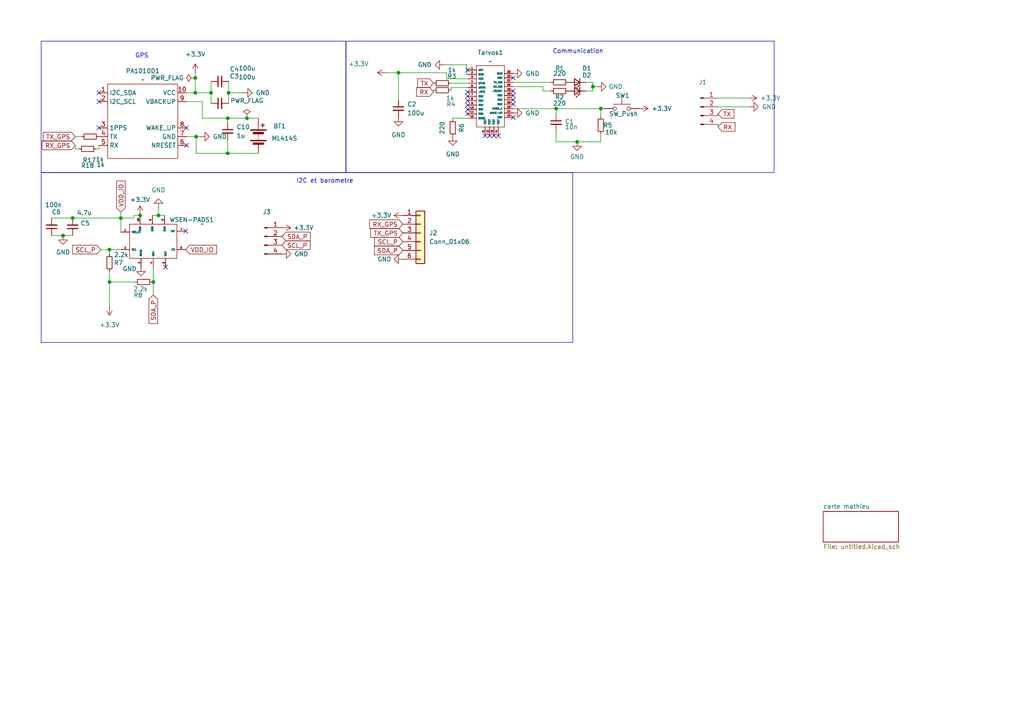
<source format=kicad_sch>
(kicad_sch (version 20231120) (generator "eeschema") (generator_version "8.0")
  (paper "A4")
  (lib_symbols
    (symbol "Connector:Conn_01x04_Pin" (pin_names (offset 1.016) hide)
      (property "Reference" "J" (at 0 5.08 0))
      (property "Value" "Conn_01x04_Pin" (at 0 -7.62 0))
      (symbol "Conn_01x04_Pin_1_1"
        (polyline (pts (xy 1.27 -5.08) (xy 0.8636 -5.08)) (stroke (width 0.1524)))
        (polyline (pts (xy 1.27 -2.54) (xy 0.8636 -2.54)) (stroke (width 0.1524)))
        (polyline (pts (xy 1.27 0) (xy 0.8636 0)) (stroke (width 0.1524)))
        (polyline (pts (xy 1.27 2.54) (xy 0.8636 2.54)) (stroke (width 0.1524)))
        (rectangle (start 0.8636 -4.953) (end 0 -5.207) (stroke (width 0.1524)) (fill (type outline)))
        (rectangle (start 0.8636 -2.413) (end 0 -2.667) (stroke (width 0.1524)) (fill (type outline)))
        (rectangle (start 0.8636 0.127) (end 0 -0.127) (stroke (width 0.1524)) (fill (type outline)))
        (rectangle (start 0.8636 2.667) (end 0 2.413) (stroke (width 0.1524)) (fill (type outline)))
        (pin passive line (at 5.08 2.54 180) (length 3.81) (name "Pin_1") (number "1"))
        (pin passive line (at 5.08 0 180) (length 3.81) (name "Pin_2") (number "2"))
        (pin passive line (at 5.08 -2.54 180) (length 3.81) (name "Pin_3") (number "3"))
        (pin passive line (at 5.08 -5.08 180) (length 3.81) (name "Pin_4") (number "4"))
      )
    )
    (symbol "Connector_Generic:Conn_01x06" (pin_names (offset 1.016) hide)
      (property "Reference" "J" (at 0 7.62 0))
      (property "Value" "Conn_01x06" (at 0 -10.16 0))
      (symbol "Conn_01x06_1_1"
        (rectangle (start -1.27 -7.493) (end 0 -7.747) (stroke (width 0.1524)))
        (rectangle (start -1.27 -4.953) (end 0 -5.207) (stroke (width 0.1524)))
        (rectangle (start -1.27 -2.413) (end 0 -2.667) (stroke (width 0.1524)))
        (rectangle (start -1.27 0.127) (end 0 -0.127) (stroke (width 0.1524)))
        (rectangle (start -1.27 2.667) (end 0 2.413) (stroke (width 0.1524)))
        (rectangle (start -1.27 5.207) (end 0 4.953) (stroke (width 0.1524)))
        (rectangle (start -1.27 6.35) (end 1.27 -8.89) (stroke (width 0.254)) (fill (type background)))
        (pin passive line (at -5.08 5.08 0) (length 3.81) (name "Pin_1") (number "1"))
        (pin passive line (at -5.08 2.54 0) (length 3.81) (name "Pin_2") (number "2"))
        (pin passive line (at -5.08 0 0) (length 3.81) (name "Pin_3") (number "3"))
        (pin passive line (at -5.08 -2.54 0) (length 3.81) (name "Pin_4") (number "4"))
        (pin passive line (at -5.08 -5.08 0) (length 3.81) (name "Pin_5") (number "5"))
        (pin passive line (at -5.08 -7.62 0) (length 3.81) (name "Pin_6") (number "6"))
      )
    )
    (symbol "Device:Battery" (pin_numbers hide) (pin_names (offset 0) hide)
      (property "Reference" "BT" (at 2.54 2.54 0))
      (property "Value" "Battery" (at 2.54 0 0))
      (symbol "Battery_0_1"
        (rectangle (start -2.286 -1.27) (end 2.286 -1.524) (fill (type outline)))
        (rectangle (start -2.286 1.778) (end 2.286 1.524) (fill (type outline)))
        (rectangle (start -1.524 -2.032) (end 1.524 -2.54) (fill (type outline)))
        (rectangle (start -1.524 1.016) (end 1.524 0.508) (fill (type outline)))
        (polyline (pts (xy 0 -1.016) (xy 0 -0.762)))
        (polyline (pts (xy 0 -0.508) (xy 0 -0.254)))
        (polyline (pts (xy 0 0) (xy 0 0.254)))
        (polyline (pts (xy 0 1.778) (xy 0 2.54)))
        (polyline (pts (xy 0.762 3.048) (xy 1.778 3.048)) (stroke (width 0.254)))
        (polyline (pts (xy 1.27 3.556) (xy 1.27 2.54)) (stroke (width 0.254)))
      )
      (symbol "Battery_1_1"
        (pin passive line (at 0 5.08 270) (length 2.54) (name "+") (number "1"))
        (pin passive line (at 0 -5.08 90) (length 2.54) (name "-") (number "2"))
      )
    )
    (symbol "Device:C_Small" (pin_numbers hide) (pin_names (offset 0.254) hide)
      (property "Reference" "C" (at 0.254 1.778 0))
      (property "Value" "C_Small" (at 0.254 -2.032 0))
      (symbol "C_Small_0_1"
        (polyline (pts (xy -1.524 -0.508) (xy 1.524 -0.508)) (stroke (width 0.3302)))
        (polyline (pts (xy -1.524 0.508) (xy 1.524 0.508)) (stroke (width 0.3048)))
      )
      (symbol "C_Small_1_1"
        (pin passive line (at 0 2.54 270) (length 2.032) (name "~") (number "1"))
        (pin passive line (at 0 -2.54 90) (length 2.032) (name "~") (number "2"))
      )
    )
    (symbol "Device:LED_Small" (pin_numbers hide) (pin_names (offset 0.254) hide)
      (property "Reference" "D" (at -1.27 3.175 0))
      (property "Value" "LED_Small" (at -4.445 -2.54 0))
      (symbol "LED_Small_0_1"
        (polyline (pts (xy -0.762 -1.016) (xy -0.762 1.016)) (stroke (width 0.254)))
        (polyline (pts (xy 1.016 0) (xy -0.762 0)))
        (polyline (pts (xy 0.762 -1.016) (xy -0.762 0) (xy 0.762 1.016) (xy 0.762 -1.016)) (stroke (width 0.254)))
        (polyline (pts (xy 0 0.762) (xy -0.508 1.27) (xy -0.254 1.27) (xy -0.508 1.27) (xy -0.508 1.016)))
        (polyline (pts (xy 0.508 1.27) (xy 0 1.778) (xy 0.254 1.778) (xy 0 1.778) (xy 0 1.524)))
      )
      (symbol "LED_Small_1_1"
        (pin passive line (at -2.54 0 0) (length 1.778) (name "K") (number "1"))
        (pin passive line (at 2.54 0 180) (length 1.778) (name "A") (number "2"))
      )
    )
    (symbol "Device:R_Small" (pin_numbers hide) (pin_names (offset 0.254) hide)
      (property "Reference" "R" (at 0.762 0.508 0))
      (property "Value" "R_Small" (at 0.762 -1.016 0))
      (symbol "R_Small_0_1"
        (rectangle (start -0.762 1.778) (end 0.762 -1.778) (stroke (width 0.2032)))
      )
      (symbol "R_Small_1_1"
        (pin passive line (at 0 2.54 270) (length 0.762) (name "~") (number "1"))
        (pin passive line (at 0 -2.54 90) (length 0.762) (name "~") (number "2"))
      )
    )
    (symbol "PA1010D:PA1010D"
      (property "Reference" "PA1010D" (at 0 3.048 0))
      (symbol "PA1010D_0_1"
        (rectangle (start -8.89 0) (end 11.43 -21.59))
      )
      (symbol "PA1010D_1_1"
        (pin input line (at -11.43 -2.54 0) (length 2.54) (name "I2C_SDA") (number "1"))
        (pin power_in line (at 13.97 -2.54 180) (length 2.54) (name "VCC") (number "10"))
        (pin input line (at -11.43 -5.08 0) (length 2.54) (name "I2C_SCL") (number "2"))
        (pin input line (at -11.43 -12.7 0) (length 2.54) (name "1PPS") (number "3"))
        (pin output line (at -11.43 -15.24 0) (length 2.54) (name "TX") (number "4"))
        (pin input line (at -11.43 -17.78 0) (length 2.54) (name "RX") (number "5"))
        (pin input line (at 13.97 -17.78 180) (length 2.54) (name "NRESET") (number "6"))
        (pin power_in line (at 13.97 -15.24 180) (length 2.54) (name "GND") (number "7"))
        (pin input line (at 13.97 -12.7 180) (length 2.54) (name "WAKE_UP") (number "8"))
        (pin power_in line (at 13.97 -5.08 180) (length 2.54) (name "VBACKUP") (number "9"))
      )
    )
    (symbol "Switch:SW_Push" (pin_numbers hide) (pin_names (offset 1.016) hide)
      (property "Reference" "SW" (at 1.27 2.54 0))
      (property "Value" "SW_Push" (at 0 -1.524 0))
      (symbol "SW_Push_0_1"
        (circle (center -2.032 0) (radius 0.508))
        (polyline (pts (xy 0 1.27) (xy 0 3.048)))
        (polyline (pts (xy 2.54 1.27) (xy -2.54 1.27)))
        (circle (center 2.032 0) (radius 0.508))
        (pin passive line (at -5.08 0 0) (length 2.54) (name "1") (number "1"))
        (pin passive line (at 5.08 0 180) (length 2.54) (name "2") (number "2"))
      )
    )
    (symbol "Tarvos III:Tarvos"
      (property "Reference" "Tarvos" (at 0 0 0))
      (symbol "Tarvos_0_1"
        (rectangle (start -3.81 -1.27) (end 4.318 -19.05))
      )
      (symbol "Tarvos_1_1"
        (pin input line (at -6.35 -2.54 0) (length 2.54) (name "ANT") (number "1"))
        (pin input line (at -6.35 -13.97 0) (length 2.54) (name "RSV") (number "10"))
        (pin input line (at -6.35 -15.24 0) (length 2.54) (name "RSV") (number "11"))
        (pin input line (at -6.35 -16.51 0) (length 2.54) (name "BOOT") (number "12"))
        (pin input line (at 6.858 -16.256 180) (length 2.54) (name "RSV") (number "13"))
        (pin input line (at 6.858 -14.986 180) (length 2.54) (name "WAKE-UP") (number "14"))
        (pin input line (at 6.858 -13.716 180) (length 2.54) (name "MODE_1") (number "15"))
        (pin input line (at 6.858 -12.446 180) (length 2.54) (name "RSV") (number "16"))
        (pin input line (at 6.858 -11.176 180) (length 2.54) (name "RSV") (number "17"))
        (pin input line (at 6.858 -9.906 180) (length 2.54) (name "RSV") (number "18"))
        (pin input line (at 6.858 -8.636 180) (length 2.54) (name "/RESET") (number "19"))
        (pin input line (at -6.35 -3.81 0) (length 2.54) (name "GND") (number "2"))
        (pin input line (at 6.858 -7.366 180) (length 2.54) (name "RX_IND") (number "20"))
        (pin input line (at 6.858 -6.096 180) (length 2.54) (name "TX_IND") (number "21"))
        (pin input line (at 6.858 -4.826 180) (length 2.54) (name "RSV") (number "22"))
        (pin input line (at 6.858 -3.556 180) (length 2.54) (name "GND") (number "23"))
        (pin input line (at -6.35 -5.08 0) (length 2.54) (name "VCC") (number "3"))
        (pin input line (at -6.35 -6.35 0) (length 2.54) (name "UTXD") (number "4"))
        (pin input line (at -6.35 -7.62 0) (length 2.54) (name "URXD") (number "5"))
        (pin input line (at -6.35 -8.89 0) (length 2.54) (name "/RTS") (number "6"))
        (pin input line (at -6.35 -10.16 0) (length 2.54) (name "RSV") (number "7"))
        (pin input line (at -6.35 -11.43 0) (length 2.54) (name "RSV") (number "8"))
        (pin input line (at -6.35 -12.7 0) (length 2.54) (name "RSV") (number "9"))
        (pin input line (at -1.27 -21.59 90) (length 2.54) (name "TEST") (number "i1"))
        (pin input line (at 0 -21.59 90) (length 2.54) (name "TEST") (number "i2"))
        (pin input line (at 1.27 -21.59 90) (length 2.54) (name "TEST") (number "i3"))
        (pin input line (at 2.54 -21.59 90) (length 2.54) (name "TEST") (number "i4"))
      )
    )
    (symbol "WSEN-PADS:WSEN-PADS"
      (property "Reference" "WSEN-PADS" (at 0 -8.128 0))
      (symbol "WSEN-PADS_0_1"
        (rectangle (start -6.604 -4.064) (end 7.112 -13.97))
      )
      (symbol "WSEN-PADS_1_1"
        (pin input line (at -9.144 -6.35 0) (length 2.54) (name "VDD_IO") (number "1"))
        (pin input line (at -3.556 -1.524 270) (length 2.54) (name "VDD") (number "10"))
        (pin input line (at -9.144 -11.43 0) (length 2.54) (name "SCL") (number "2"))
        (pin input line (at -3.302 -16.51 90) (length 2.54) (name "RSVD") (number "3"))
        (pin input line (at 0.254 -16.51 90) (length 2.54) (name "SDA") (number "4"))
        (pin input line (at 3.81 -16.51 90) (length 2.54) (name "SAO") (number "5"))
        (pin input line (at 9.652 -11.43 180) (length 2.54) (name "CS") (number "6"))
        (pin input line (at 9.652 -6.096 180) (length 2.54) (name "INT") (number "7"))
        (pin input line (at 3.556 -1.524 270) (length 2.54) (name "GND") (number "8"))
        (pin input line (at 0 -1.524 270) (length 2.54) (name "GND") (number "9"))
      )
    )
    (symbol "power:+3.3V" (power) (pin_numbers hide) (pin_names (offset 0) hide)
      (property "Value" "+3.3V" (at 0 3.556 0))
      (symbol "+3.3V_0_1"
        (polyline (pts (xy -0.762 1.27) (xy 0 2.54)))
        (polyline (pts (xy 0 0) (xy 0 2.54)))
        (polyline (pts (xy 0 2.54) (xy 0.762 1.27)))
      )
      (symbol "+3.3V_1_1"
        (pin power_in line (at 0 0 90) (length 0) (name "~") (number "1"))
      )
    )
    (symbol "power:GND" (power) (pin_numbers hide) (pin_names (offset 0) hide)
      (property "Value" "GND" (at 0 -3.81 0))
      (symbol "GND_0_1"
        (polyline (pts (xy 0 0) (xy 0 -1.27) (xy 1.27 -1.27) (xy 0 -2.54) (xy -1.27 -1.27) (xy 0 -1.27)))
      )
      (symbol "GND_1_1"
        (pin power_in line (at 0 0 270) (length 0) (name "~") (number "1"))
      )
    )
    (symbol "power:PWR_FLAG" (power) (pin_numbers hide) (pin_names (offset 0) hide)
      (property "Value" "PWR_FLAG" (at 0 3.81 0))
      (symbol "PWR_FLAG_0_0"
        (pin power_out line (at 0 0 90) (length 0) (name "~") (number "1"))
      )
      (symbol "PWR_FLAG_0_1"
        (polyline (pts (xy 0 0) (xy 0 1.27) (xy -1.016 1.905) (xy 0 2.54) (xy 1.016 1.905) (xy 0 1.27)))
      )
    )
  )
  (junction (at 21.082 63.246))
  (junction (at 56.896 39.624))
  (junction (at 31.75 81.788))
  (junction (at 66.294 26.924))
  (junction (at 171.958 25.146))
  (junction (at 35.052 63.246))
  (junction (at 56.642 26.924))
  (junction (at 56.642 22.606))
  (junction (at 18.288 68.326))
  (junction (at 61.214 26.924))
  (junction (at 174.244 31.496))
  (junction (at 66.04 44.45))
  (junction (at 115.57 21.082))
  (junction (at 40.64 62.484))
  (junction (at 161.29 31.496))
  (junction (at 45.974 62.484))
  (junction (at 167.386 41.148))
  (junction (at 71.628 34.29))
  (junction (at 66.04 34.29))
  (junction (at 31.75 72.39))
  (junction (at 44.45 81.788))
  (no_connect (at 140.716 39.37))
  (no_connect (at 148.844 30.226))
  (no_connect (at 141.986 39.37))
  (no_connect (at 144.526 39.37))
  (no_connect (at 135.636 26.67))
  (no_connect (at 135.636 30.48))
  (no_connect (at 148.844 28.956))
  (no_connect (at 54.102 42.164))
  (no_connect (at 148.844 26.416))
  (no_connect (at 54.102 37.084))
  (no_connect (at 143.256 39.37))
  (no_connect (at 135.636 31.75))
  (no_connect (at 135.636 33.02))
  (no_connect (at 148.844 27.686))
  (no_connect (at 148.844 22.606))
  (no_connect (at 28.702 29.464))
  (no_connect (at 148.844 34.036))
  (no_connect (at 53.848 67.056))
  (no_connect (at 28.702 26.924))
  (no_connect (at 48.006 77.47))
  (no_connect (at 135.636 20.32))
  (no_connect (at 135.636 29.21))
  (no_connect (at 135.636 27.94))
  (no_connect (at 28.702 37.084))
  (wire (pts (xy 208.28 33.02) (xy 208.28 33.528)))
  (wire (pts (xy 173.228 25.146) (xy 171.958 25.146)))
  (wire (pts (xy 66.04 34.29) (xy 66.04 35.56)))
  (wire (pts (xy 66.294 26.924) (xy 70.612 26.924)))
  (wire (pts (xy 58.166 39.624) (xy 56.896 39.624)))
  (wire (pts (xy 159.766 23.876) (xy 148.844 23.876)))
  (wire (pts (xy 44.45 77.47) (xy 44.45 81.788)))
  (wire (pts (xy 31.75 81.788) (xy 39.116 81.788)))
  (wire (pts (xy 40.64 62.23) (xy 40.64 62.484)))
  (wire (pts (xy 161.29 31.496) (xy 174.244 31.496)))
  (wire (pts (xy 66.294 23.622) (xy 66.294 26.924)))
  (wire (pts (xy 44.196 81.788) (xy 44.45 81.788)))
  (wire (pts (xy 56.642 21.082) (xy 56.642 22.606)))
  (wire (pts (xy 14.986 63.246) (xy 21.082 63.246)))
  (wire (pts (xy 31.75 72.39) (xy 35.052 72.39)))
  (wire (pts (xy 157.48 26.416) (xy 157.48 25.146)))
  (wire (pts (xy 38.862 63.246) (xy 38.862 62.484)))
  (wire (pts (xy 129.54 22.86) (xy 135.636 22.86)))
  (wire (pts (xy 208.28 30.988) (xy 217.424 30.988)))
  (wire (pts (xy 71.628 34.29) (xy 74.93 34.29)))
  (wire (pts (xy 35.052 61.468) (xy 35.052 63.246)))
  (wire (pts (xy 208.28 36.83) (xy 208.28 36.068)))
  (wire (pts (xy 54.102 26.924) (xy 56.642 26.924)))
  (wire (pts (xy 45.974 62.484) (xy 47.752 62.484)))
  (wire (pts (xy 130.81 25.4) (xy 130.81 26.162)))
  (wire (pts (xy 125.73 26.67) (xy 125.73 26.162)))
  (wire (pts (xy 28.702 43.18) (xy 28.702 42.164)))
  (wire (pts (xy 208.28 28.448) (xy 216.916 28.448)))
  (wire (pts (xy 66.04 44.45) (xy 66.04 40.64)))
  (wire (pts (xy 31.75 81.788) (xy 31.75 78.74)))
  (wire (pts (xy 135.636 34.29) (xy 131.318 34.29)))
  (wire (pts (xy 135.382 18.796) (xy 135.382 21.59)))
  (wire (pts (xy 129.54 21.082) (xy 129.54 22.86)))
  (wire (pts (xy 31.75 88.9) (xy 31.75 81.788)))
  (wire (pts (xy 31.75 73.66) (xy 31.75 72.39)))
  (wire (pts (xy 54.102 29.464) (xy 58.674 29.464)))
  (wire (pts (xy 58.674 34.29) (xy 66.04 34.29)))
  (wire (pts (xy 159.766 26.416) (xy 157.48 26.416)))
  (wire (pts (xy 169.926 23.876) (xy 171.958 23.876)))
  (wire (pts (xy 61.214 26.924) (xy 61.214 29.972)))
  (wire (pts (xy 130.81 24.13) (xy 135.636 24.13)))
  (wire (pts (xy 35.052 63.246) (xy 35.052 67.31)))
  (wire (pts (xy 167.386 41.148) (xy 174.244 41.148)))
  (wire (pts (xy 21.082 63.246) (xy 35.052 63.246)))
  (wire (pts (xy 174.244 31.496) (xy 174.244 33.782)))
  (wire (pts (xy 45.974 60.198) (xy 45.974 62.484)))
  (wire (pts (xy 18.288 68.326) (xy 21.082 68.326)))
  (wire (pts (xy 27.94 43.18) (xy 28.702 43.18)))
  (wire (pts (xy 56.896 44.45) (xy 66.04 44.45)))
  (wire (pts (xy 22.86 43.18) (xy 21.844 43.18)))
  (wire (pts (xy 56.896 39.624) (xy 54.102 39.624)))
  (wire (pts (xy 171.958 25.146) (xy 171.958 26.416)))
  (wire (pts (xy 56.642 22.606) (xy 56.642 26.924)))
  (wire (pts (xy 56.896 39.624) (xy 56.896 44.45)))
  (wire (pts (xy 128.778 18.796) (xy 135.382 18.796)))
  (wire (pts (xy 29.21 72.39) (xy 31.75 72.39)))
  (wire (pts (xy 135.382 21.59) (xy 135.636 21.59)))
  (wire (pts (xy 148.844 31.496) (xy 161.29 31.496)))
  (wire (pts (xy 21.844 43.18) (xy 21.844 42.164)))
  (wire (pts (xy 58.674 29.464) (xy 58.674 34.29)))
  (wire (pts (xy 61.214 23.622) (xy 61.214 26.924)))
  (wire (pts (xy 135.636 25.4) (xy 130.81 25.4)))
  (wire (pts (xy 21.844 39.624) (xy 23.622 39.624)))
  (wire (pts (xy 115.57 21.082) (xy 115.57 28.956)))
  (wire (pts (xy 14.986 68.326) (xy 18.288 68.326)))
  (wire (pts (xy 171.958 23.876) (xy 171.958 25.146)))
  (wire (pts (xy 161.29 41.148) (xy 167.386 41.148)))
  (wire (pts (xy 66.294 26.924) (xy 66.294 29.972)))
  (wire (pts (xy 174.244 41.148) (xy 174.244 38.862)))
  (wire (pts (xy 115.57 21.082) (xy 129.54 21.082)))
  (wire (pts (xy 56.642 26.924) (xy 61.214 26.924)))
  (wire (pts (xy 157.48 25.146) (xy 148.844 25.146)))
  (wire (pts (xy 38.862 62.484) (xy 40.64 62.484)))
  (wire (pts (xy 161.29 31.496) (xy 161.29 33.02)))
  (wire (pts (xy 66.04 34.29) (xy 71.628 34.29)))
  (wire (pts (xy 44.196 62.484) (xy 45.974 62.484)))
  (wire (pts (xy 131.318 34.29) (xy 131.318 34.544)))
  (wire (pts (xy 112.014 21.082) (xy 115.57 21.082)))
  (wire (pts (xy 169.926 26.416) (xy 171.958 26.416)))
  (wire (pts (xy 35.052 63.246) (xy 38.862 63.246)))
  (wire (pts (xy 174.244 31.496) (xy 175.26 31.496)))
  (wire (pts (xy 44.45 81.788) (xy 44.45 85.598)))
  (wire (pts (xy 161.29 38.1) (xy 161.29 41.148)))
  (wire (pts (xy 66.04 44.45) (xy 74.93 44.45)))
  (rectangle (start 11.938 50.038) (end 166.116 99.314))
  (rectangle (start 11.938 11.938) (end 100.33 50.038))
  (rectangle (start 100.33 11.938) (end 224.536 50.038))
  (text "Communication" (at 167.64 14.986 0) (effects (font (size 1.27 1.27))))
  (text "GPS\n" (at 41.148 16.256 0) (effects (font (size 1.27 1.27))))
  (text "I2C et barometre" (at 94.234 52.578 0) (effects (font (size 1.27 1.27))))
  (global_label "SCL_P" (shape input) (at 81.788 71.12 0) (property "Intersheetrefs" "${INTERSHEET_REFS}" (effects (hide yes))))
  (global_label "SCL_P" (shape input) (at 29.21 72.39 180) (property "Intersheetrefs" "${INTERSHEET_REFS}" (effects (hide yes))))
  (global_label "TX_GPS" (shape input) (at 21.844 39.624 180) (property "Intersheetrefs" "${INTERSHEET_REFS}" (effects (hide yes))))
  (global_label "SDA_P" (shape input) (at 116.84 72.644 180) (property "Intersheetrefs" "${INTERSHEET_REFS}" (effects (hide yes))))
  (global_label "RX_GPS" (shape input) (at 116.84 65.024 180) (property "Intersheetrefs" "${INTERSHEET_REFS}" (effects (hide yes))))
  (global_label "SDA_P" (shape input) (at 44.45 85.598 270) (property "Intersheetrefs" "${INTERSHEET_REFS}" (effects (hide yes))))
  (global_label "TX" (shape input) (at 125.73 24.13 180) (property "Intersheetrefs" "${INTERSHEET_REFS}" (effects (hide yes))))
  (global_label "SCL_P" (shape input) (at 116.84 70.104 180) (property "Intersheetrefs" "${INTERSHEET_REFS}" (effects (hide yes))))
  (global_label "RX" (shape input) (at 125.73 26.67 180) (property "Intersheetrefs" "${INTERSHEET_REFS}" (effects (hide yes))))
  (global_label "TX_GPS" (shape input) (at 116.84 67.564 180) (property "Intersheetrefs" "${INTERSHEET_REFS}" (effects (hide yes))))
  (global_label "VDD_IO" (shape input) (at 35.052 61.468 90) (property "Intersheetrefs" "${INTERSHEET_REFS}" (effects (hide yes))))
  (global_label "TX" (shape input) (at 208.28 33.02 0) (property "Intersheetrefs" "${INTERSHEET_REFS}" (effects (hide yes))))
  (global_label "VDD_IO" (shape input) (at 53.848 72.39 0) (property "Intersheetrefs" "${INTERSHEET_REFS}" (effects (hide yes))))
  (global_label "RX" (shape input) (at 208.28 36.83 0) (property "Intersheetrefs" "${INTERSHEET_REFS}" (effects (hide yes))))
  (global_label "SDA_P" (shape input) (at 81.788 68.58 0) (property "Intersheetrefs" "${INTERSHEET_REFS}" (effects (hide yes))))
  (global_label "RX_GPS" (shape input) (at 21.844 42.164 180) (property "Intersheetrefs" "${INTERSHEET_REFS}" (effects (hide yes))))
  (symbol (lib_id "Device:R_Small") (at 128.27 24.13 90) (unit 1)
    (property "Reference" "R3" (at 131.064 22.098 90))
    (property "Value" "1k" (at 131.064 20.32 90))
    (property "Footprint" "Resistor_SMD:R_0402_1005Metric" (effects (hide yes)))
    (property "Description" "Resistor, small symbol" (effects (hide yes)))
  )
  (symbol (lib_id "power:GND") (at 45.974 60.198 180) (unit 1)
    (property "Reference" "#PWR016" (effects (hide yes)))
    (property "Value" "GND" (at 45.974 55.118 0))
    (property "Description" "Power symbol creates a global label with name \"GND\" , ground" (effects (hide yes)))
  )
  (symbol (lib_id "power:PWR_FLAG") (at 56.642 22.606 90) (unit 1)
    (property "Reference" "#FLG04" (effects (hide yes)))
    (property "Value" "PWR_FLAG" (at 53.34 22.6059 90) (effects (justify left)))
    (property "Description" "Special symbol for telling ERC where power comes from" (effects (hide yes)))
  )
  (symbol (lib_id "power:GND") (at 167.386 41.148 0) (unit 1)
    (property "Reference" "#PWR04" (effects (hide yes)))
    (property "Value" "GND" (at 167.386 45.466 0))
    (property "Description" "Power symbol creates a global label with name \"GND\" , ground" (effects (hide yes)))
  )
  (symbol (lib_id "power:GND") (at 148.844 32.766 90) (unit 1)
    (property "Reference" "#PWR02" (effects (hide yes)))
    (property "Value" "GND" (at 152.4 32.7659 90) (effects (justify right)))
    (property "Description" "Power symbol creates a global label with name \"GND\" , ground" (effects (hide yes)))
  )
  (symbol (lib_id "Device:C_Small") (at 63.754 29.972 90) (unit 1)
    (property "Reference" "C3" (at 69.342 22.098 90) (effects (justify left)))
    (property "Value" "100u" (at 74.168 22.352 90) (effects (justify left)))
    (property "Footprint" "Capacitor_SMD:C_0402_1005Metric" (effects (hide yes)))
    (property "Description" "Unpolarized capacitor, small symbol" (effects (hide yes)))
  )
  (symbol (lib_id "power:GND") (at 131.318 39.624 0) (unit 1)
    (property "Reference" "#PWR011" (effects (hide yes)))
    (property "Value" "GND" (at 131.318 44.704 0))
    (property "Description" "Power symbol creates a global label with name \"GND\" , ground" (effects (hide yes)))
  )
  (symbol (lib_id "power:+3.3V") (at 216.916 28.448 270) (unit 1)
    (property "Reference" "#PWR09" (effects (hide yes)))
    (property "Value" "+3.3V" (at 220.472 28.4479 90) (effects (justify left)))
    (property "Description" "Power symbol creates a global label with name \"+3.3V\"" (effects (hide yes)))
  )
  (symbol (lib_id "Device:R_Small") (at 41.656 81.788 90) (unit 1)
    (property "Reference" "R8" (at 41.402 85.598 90) (effects (justify left)))
    (property "Value" "2.2k" (at 42.926 83.82 90) (effects (justify left)))
    (property "Footprint" "Resistor_SMD:R_0402_1005Metric" (effects (hide yes)))
    (property "Description" "Resistor, small symbol" (effects (hide yes)))
  )
  (symbol (lib_id "power:+3.3V") (at 185.42 31.496 270) (unit 1)
    (property "Reference" "#PWR03" (effects (hide yes)))
    (property "Value" "+3.3V" (at 188.976 31.4959 90) (effects (justify left)))
    (property "Description" "Power symbol creates a global label with name \"+3.3V\"" (effects (hide yes)))
  )
  (symbol (lib_id "Device:R_Small") (at 162.306 23.876 90) (unit 1)
    (property "Reference" "R1" (at 162.306 19.812 90))
    (property "Value" "220" (at 162.306 21.336 90))
    (property "Footprint" "Resistor_SMD:R_0402_1005Metric" (effects (hide yes)))
    (property "Description" "Resistor, small symbol" (effects (hide yes)))
  )
  (symbol (lib_id "power:GND") (at 18.288 68.326 0) (unit 1)
    (property "Reference" "#PWR024" (effects (hide yes)))
    (property "Value" "GND" (at 18.288 73.152 0))
    (property "Description" "Power symbol creates a global label with name \"GND\" , ground" (effects (hide yes)))
  )
  (symbol (lib_id "Connector:Conn_01x04_Pin") (at 76.708 68.58 0) (unit 1)
    (property "Reference" "J3" (at 77.343 61.468 0))
    (property "Value" "Conn_01x04_Pin" (effects (hide yes)))
    (property "Footprint" "Connector_JST:JST_SH_SM04B-SRSS-TB_1x04-1MP_P1.00mm_Horizontal" (effects (hide yes)))
    (property "Description" "Generic connector, single row, 01x04, script generated" (effects (hide yes)))
  )
  (symbol (lib_id "power:GND") (at 217.424 30.988 90) (unit 1)
    (property "Reference" "#PWR08" (effects (hide yes)))
    (property "Value" "GND" (at 220.98 30.9879 90) (effects (justify right)))
    (property "Description" "Power symbol creates a global label with name \"GND\" , ground" (effects (hide yes)))
  )
  (symbol (lib_id "power:GND") (at 70.612 26.924 90) (unit 1)
    (property "Reference" "#PWR012" (effects (hide yes)))
    (property "Value" "GND" (at 74.168 26.9239 90) (effects (justify right)))
    (property "Description" "Power symbol creates a global label with name \"GND\" , ground" (effects (hide yes)))
  )
  (symbol (lib_id "power:+3.3V") (at 116.84 62.484 90) (unit 1)
    (property "Reference" "#PWR015" (effects (hide yes)))
    (property "Value" "+3.3V" (at 113.538 62.4839 90) (effects (justify left)))
    (property "Description" "Power symbol creates a global label with name \"+3.3V\"" (effects (hide yes)))
  )
  (symbol (lib_id "power:+3.3V") (at 81.788 66.04 270) (unit 1)
    (property "Reference" "#PWR020" (effects (hide yes)))
    (property "Value" "+3.3V" (at 85.09 66.0399 90) (effects (justify left)))
    (property "Description" "Power symbol creates a global label with name \"+3.3V\"" (effects (hide yes)))
  )
  (symbol (lib_id "Device:R_Small") (at 31.75 76.2 0) (unit 1)
    (property "Reference" "R7" (at 33.02 76.2 0) (effects (justify left)))
    (property "Value" "2.2k" (at 33.02 73.914 0) (effects (justify left)))
    (property "Footprint" "Resistor_SMD:R_0402_1005Metric" (effects (hide yes)))
    (property "Description" "Resistor, small symbol" (effects (hide yes)))
  )
  (symbol (lib_id "Switch:SW_Push") (at 180.34 31.496 0) (unit 1)
    (property "Reference" "SW1" (at 180.594 27.686 0))
    (property "Value" "SW_Push" (at 180.848 33.02 0))
    (property "Footprint" "kxt3:SW_KXT3" (effects (hide yes)))
    (property "Description" "Push button switch, generic, two pins" (effects (hide yes)))
  )
  (symbol (lib_id "Device:R_Small") (at 26.162 39.624 90) (unit 1)
    (property "Reference" "R17" (at 25.908 46.482 90))
    (property "Value" "1k" (at 28.956 46.228 90))
    (property "Footprint" "Resistor_SMD:R_0402_1005Metric" (effects (hide yes)))
    (property "Description" "Resistor, small symbol" (effects (hide yes)))
  )
  (symbol (lib_id "Device:R_Small") (at 174.244 36.322 180) (unit 1)
    (property "Reference" "R5" (at 176.276 36.322 0))
    (property "Value" "10k" (at 177.292 38.354 0))
    (property "Footprint" "Resistor_SMD:R_0402_1005Metric" (effects (hide yes)))
    (property "Description" "Resistor, small symbol" (effects (hide yes)))
  )
  (symbol (lib_id "power:+3.3V") (at 112.014 21.082 90) (unit 1)
    (property "Reference" "#PWR06" (effects (hide yes)))
    (property "Value" "+3.3V" (at 106.934 18.542 90) (effects (justify left)))
    (property "Description" "Power symbol creates a global label with name \"+3.3V\"" (effects (hide yes)))
  )
  (symbol (lib_id "power:GND") (at 58.166 39.624 90) (unit 1)
    (property "Reference" "#PWR013" (effects (hide yes)))
    (property "Value" "GND" (at 61.722 39.6239 90) (effects (justify right)))
    (property "Description" "Power symbol creates a global label with name \"GND\" , ground" (effects (hide yes)))
  )
  (symbol (lib_id "power:PWR_FLAG") (at 71.628 34.29 0) (unit 1)
    (property "Reference" "#FLG03" (effects (hide yes)))
    (property "Value" "PWR_FLAG" (at 71.628 29.21 0))
    (property "Description" "Special symbol for telling ERC where power comes from" (effects (hide yes)))
  )
  (symbol (lib_id "Device:C_Small") (at 161.29 35.56 0) (unit 1)
    (property "Reference" "C1" (at 163.83 35.306 0) (effects (justify left)))
    (property "Value" "10n" (at 163.83 36.8362 0) (effects (justify left)))
    (property "Footprint" "Capacitor_SMD:C_0402_1005Metric" (effects (hide yes)))
    (property "Description" "Unpolarized capacitor, small symbol" (effects (hide yes)))
  )
  (symbol (lib_id "Device:C_Small") (at 21.082 65.786 180) (unit 1)
    (property "Reference" "C5" (at 23.368 64.77 0) (effects (justify right)))
    (property "Value" "4.7u" (at 26.67 61.722 0) (effects (justify left)))
    (property "Footprint" "Capacitor_SMD:C_0402_1005Metric" (effects (hide yes)))
    (property "Description" "Unpolarized capacitor, small symbol" (effects (hide yes)))
  )
  (symbol (lib_id "power:GND") (at 81.788 73.66 90) (unit 1)
    (property "Reference" "#PWR021" (effects (hide yes)))
    (property "Value" "GND" (at 85.344 73.6599 90) (effects (justify right)))
    (property "Description" "Power symbol creates a global label with name \"GND\" , ground" (effects (hide yes)))
  )
  (symbol (lib_id "Connector_Generic:Conn_01x06") (at 121.92 67.564 0) (unit 1)
    (property "Reference" "J2" (at 124.46 67.5639 0) (effects (justify left)))
    (property "Value" "Conn_01x06" (at 124.46 70.1039 0) (effects (justify left)))
    (property "Footprint" "Connector_JST:JST_SH_SM06B-SRSS-TB_1x06-1MP_P1.00mm_Horizontal" (effects (hide yes)))
    (property "Description" "Generic connector, single row, 01x06, script generated (kicad-library-utils/schlib/autogen/connector/)" (effects (hide yes)))
  )
  (symbol (lib_id "Device:Battery") (at 74.93 39.37 0) (unit 1)
    (property "Reference" "BT1" (at 79.248 36.576 0) (effects (justify left)))
    (property "Value" "ML414S" (at 78.74 40.132 0) (effects (justify left)))
    (property "Footprint" "MS414:MS421R-IV03E" (effects (hide yes)))
    (property "Description" "Multiple-cell battery" (effects (hide yes)))
  )
  (symbol (lib_id "power:+3.3V") (at 40.64 62.23 0) (unit 1)
    (property "Reference" "#PWR019" (effects (hide yes)))
    (property "Value" "+3.3V" (at 40.64 57.912 0))
    (property "Description" "Power symbol creates a global label with name \"+3.3V\"" (effects (hide yes)))
  )
  (symbol (lib_id "Tarvos III:Tarvos") (at 141.986 17.78 0) (unit 1)
    (property "Reference" "Tarvos1" (at 142.24 15.24 0))
    (property "Value" "~" (at 142.24 17.78 0))
    (property "Footprint" "tarvosiii:Tarvos III" (effects (hide yes)))
  )
  (symbol (lib_id "Device:C_Small") (at 115.57 31.496 0) (unit 1)
    (property "Reference" "C2" (at 118.11 30.2322 0) (effects (justify left)))
    (property "Value" "100u" (at 118.11 32.7722 0) (effects (justify left)))
    (property "Footprint" "Capacitor_SMD:C_0402_1005Metric" (effects (hide yes)))
    (property "Description" "Unpolarized capacitor, small symbol" (effects (hide yes)))
  )
  (symbol (lib_id "Device:C_Small") (at 63.754 23.622 90) (unit 1)
    (property "Reference" "C4" (at 69.342 20.066 90) (effects (justify left)))
    (property "Value" "100u" (at 74.168 19.812 90) (effects (justify left)))
    (property "Footprint" "Capacitor_SMD:C_0402_1005Metric" (effects (hide yes)))
    (property "Description" "Unpolarized capacitor, small symbol" (effects (hide yes)))
  )
  (symbol (lib_id "power:GND") (at 40.894 77.47 0) (unit 1)
    (property "Reference" "#PWR025" (effects (hide yes)))
    (property "Value" "GND" (at 37.592 77.978 0))
    (property "Description" "Power symbol creates a global label with name \"GND\" , ground" (effects (hide yes)))
  )
  (symbol (lib_id "Device:R_Small") (at 25.4 43.18 90) (unit 1)
    (property "Reference" "R18" (at 25.4 48.006 90))
    (property "Value" "1k" (at 29.21 47.752 90))
    (property "Footprint" "Resistor_SMD:R_0402_1005Metric" (effects (hide yes)))
    (property "Description" "Resistor, small symbol" (effects (hide yes)))
  )
  (symbol (lib_id "Device:C_Small") (at 66.04 38.1 0) (unit 1)
    (property "Reference" "C10" (at 68.58 36.8362 0) (effects (justify left)))
    (property "Value" "1u" (at 68.58 39.3762 0) (effects (justify left)))
    (property "Footprint" "Capacitor_SMD:C_0402_1005Metric_Pad0.74x0.62mm_HandSolder" (effects (hide yes)))
    (property "Description" "Unpolarized capacitor, small symbol" (effects (hide yes)))
  )
  (symbol (lib_id "Device:R_Small") (at 131.318 37.084 180) (unit 1)
    (property "Reference" "R6" (at 133.858 37.084 90))
    (property "Value" "220" (at 128.27 37.084 90))
    (property "Footprint" "Resistor_SMD:R_0402_1005Metric" (effects (hide yes)))
    (property "Description" "Resistor, small symbol" (effects (hide yes)))
  )
  (symbol (lib_id "power:GND") (at 116.84 75.184 270) (unit 1)
    (property "Reference" "#PWR017" (effects (hide yes)))
    (property "Value" "GND" (at 113.538 75.1839 90) (effects (justify right)))
    (property "Description" "Power symbol creates a global label with name \"GND\" , ground" (effects (hide yes)))
  )
  (symbol (lib_id "Connector:Conn_01x04_Pin") (at 203.2 30.988 0) (unit 1)
    (property "Reference" "J1" (at 203.835 23.876 0))
    (property "Value" "Conn_01x04_Pin" (effects (hide yes)))
    (property "Footprint" "Connector_JST:JST_SH_SM04B-SRSS-TB_1x04-1MP_P1.00mm_Horizontal" (effects (hide yes)))
    (property "Description" "Generic connector, single row, 01x04, script generated" (effects (hide yes)))
  )
  (symbol (lib_id "power:+3.3V") (at 56.642 21.082 0) (unit 1)
    (property "Reference" "#PWR014" (effects (hide yes)))
    (property "Value" "+3.3V" (at 56.642 15.748 0))
    (property "Description" "Power symbol creates a global label with name \"+3.3V\"" (effects (hide yes)))
  )
  (symbol (lib_id "Device:R_Small") (at 162.306 26.416 90) (unit 1)
    (property "Reference" "R2" (at 162.306 28.194 90))
    (property "Value" "220" (at 162.306 29.972 90))
    (property "Footprint" "Resistor_SMD:R_0402_1005Metric" (effects (hide yes)))
    (property "Description" "Resistor, small symbol" (effects (hide yes)))
  )
  (symbol (lib_id "WSEN-PADS:WSEN-PADS") (at 44.196 60.96 0) (unit 1)
    (property "Reference" "WSEN-PADS1" (at 55.626 63.754 0))
    (property "Value" "~" (at 58.674 64.9713 0))
    (property "Footprint" "WSEN-PADS:WSEN-PADS" (effects (hide yes)))
  )
  (symbol (lib_id "power:GND") (at 173.228 25.146 90) (unit 1)
    (property "Reference" "#PWR01" (effects (hide yes)))
    (property "Value" "GND" (at 176.53 25.1459 90) (effects (justify right)))
    (property "Description" "Power symbol creates a global label with name \"GND\" , ground" (effects (hide yes)))
  )
  (symbol (lib_id "Device:LED_Small") (at 167.386 23.876 180) (unit 1)
    (property "Reference" "D1" (at 170.18 19.812 0))
    (property "Value" "LED_Small" (effects (hide yes)))
    (property "Footprint" "LED_SMD:LED_0603_1608Metric" (effects (hide yes)))
    (property "Description" "Light emitting diode, small symbol" (effects (hide yes)))
  )
  (symbol (lib_id "PA1010D:PA1010D") (at 40.132 24.384 0) (unit 1)
    (property "Reference" "PA1010D1" (at 41.402 20.574 0))
    (property "Value" "~" (at 41.402 23.114 0))
    (property "Footprint" "PA1010D:PA1010D" (effects (hide yes)))
  )
  (symbol (lib_id "Device:R_Small") (at 128.27 26.162 90) (unit 1)
    (property "Reference" "R4" (at 130.81 30.226 90))
    (property "Value" "1k" (at 130.556 28.448 90))
    (property "Footprint" "Resistor_SMD:R_0402_1005Metric" (effects (hide yes)))
    (property "Description" "Resistor, small symbol" (effects (hide yes)))
  )
  (symbol (lib_id "Device:C_Small") (at 14.986 65.786 180) (unit 1)
    (property "Reference" "C6" (at 14.986 61.468 0) (effects (justify right)))
    (property "Value" "100n" (at 18.034 59.436 0) (effects (justify left)))
    (property "Footprint" "Capacitor_SMD:C_0402_1005Metric" (effects (hide yes)))
    (property "Description" "Unpolarized capacitor, small symbol" (effects (hide yes)))
  )
  (symbol (lib_id "power:GND") (at 115.57 34.036 0) (unit 1)
    (property "Reference" "#PWR010" (effects (hide yes)))
    (property "Value" "GND" (at 115.57 39.116 0))
    (property "Description" "Power symbol creates a global label with name \"GND\" , ground" (effects (hide yes)))
  )
  (symbol (lib_id "Device:LED_Small") (at 167.386 26.416 180) (unit 1)
    (property "Reference" "D2" (at 170.18 21.844 0))
    (property "Value" "LED_Small" (effects (hide yes)))
    (property "Footprint" "LED_SMD:LED_0603_1608Metric" (effects (hide yes)))
    (property "Description" "Light emitting diode, small symbol" (effects (hide yes)))
  )
  (symbol (lib_id "power:+3.3V") (at 31.75 88.9 180) (unit 1)
    (property "Reference" "#PWR018" (effects (hide yes)))
    (property "Value" "+3.3V" (at 31.75 94.234 0))
    (property "Description" "Power symbol creates a global label with name \"+3.3V\"" (effects (hide yes)))
  )
  (symbol (lib_id "power:GND") (at 128.778 18.796 270) (unit 1)
    (property "Reference" "#PWR07" (effects (hide yes)))
    (property "Value" "GND" (at 125.222 18.7959 90) (effects (justify right)))
    (property "Description" "Power symbol creates a global label with name \"GND\" , ground" (effects (hide yes)))
  )
  (symbol (lib_id "power:GND") (at 148.844 21.336 90) (unit 1)
    (property "Reference" "#PWR05" (effects (hide yes)))
    (property "Value" "GND" (at 152.4 21.3359 90) (effects (justify right)))
    (property "Description" "Power symbol creates a global label with name \"GND\" , ground" (effects (hide yes)))
  )
  (sheet (at 238.76 148.336) (size 21.844 8.89) (stroke (width 0.1524))
    (property "Sheetname" "carte mathieu" (at 238.76 147.6244 0) (effects (justify left bottom)))
    (property "Sheetfile" "untitled.kicad_sch" (at 238.76 157.8106 0) (effects (justify left top)))
  )
)
</source>
